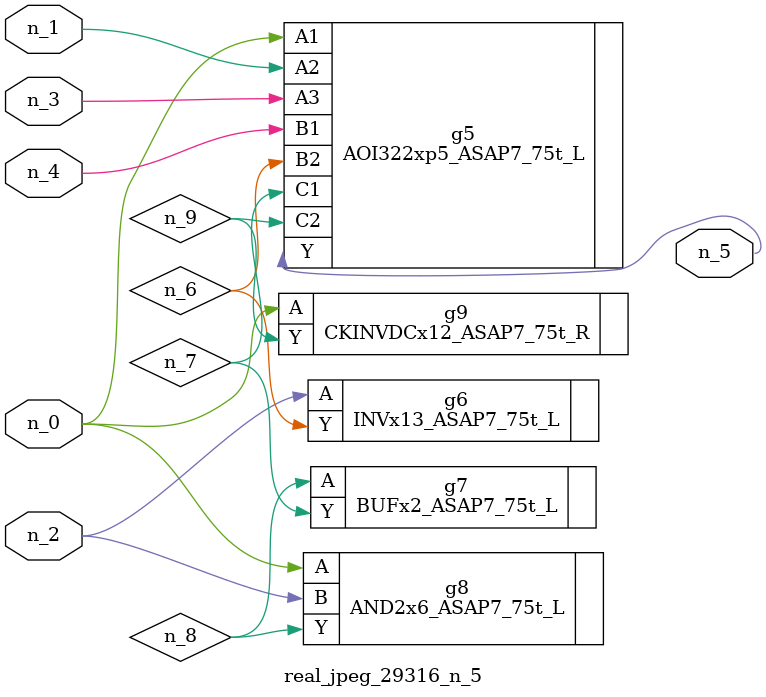
<source format=v>
module real_jpeg_29316_n_5 (n_4, n_0, n_1, n_2, n_3, n_5);

input n_4;
input n_0;
input n_1;
input n_2;
input n_3;

output n_5;

wire n_8;
wire n_6;
wire n_7;
wire n_9;

AOI322xp5_ASAP7_75t_L g5 ( 
.A1(n_0),
.A2(n_1),
.A3(n_3),
.B1(n_4),
.B2(n_6),
.C1(n_7),
.C2(n_9),
.Y(n_5)
);

AND2x6_ASAP7_75t_L g8 ( 
.A(n_0),
.B(n_2),
.Y(n_8)
);

CKINVDCx12_ASAP7_75t_R g9 ( 
.A(n_0),
.Y(n_9)
);

INVx13_ASAP7_75t_L g6 ( 
.A(n_2),
.Y(n_6)
);

BUFx2_ASAP7_75t_L g7 ( 
.A(n_8),
.Y(n_7)
);


endmodule
</source>
